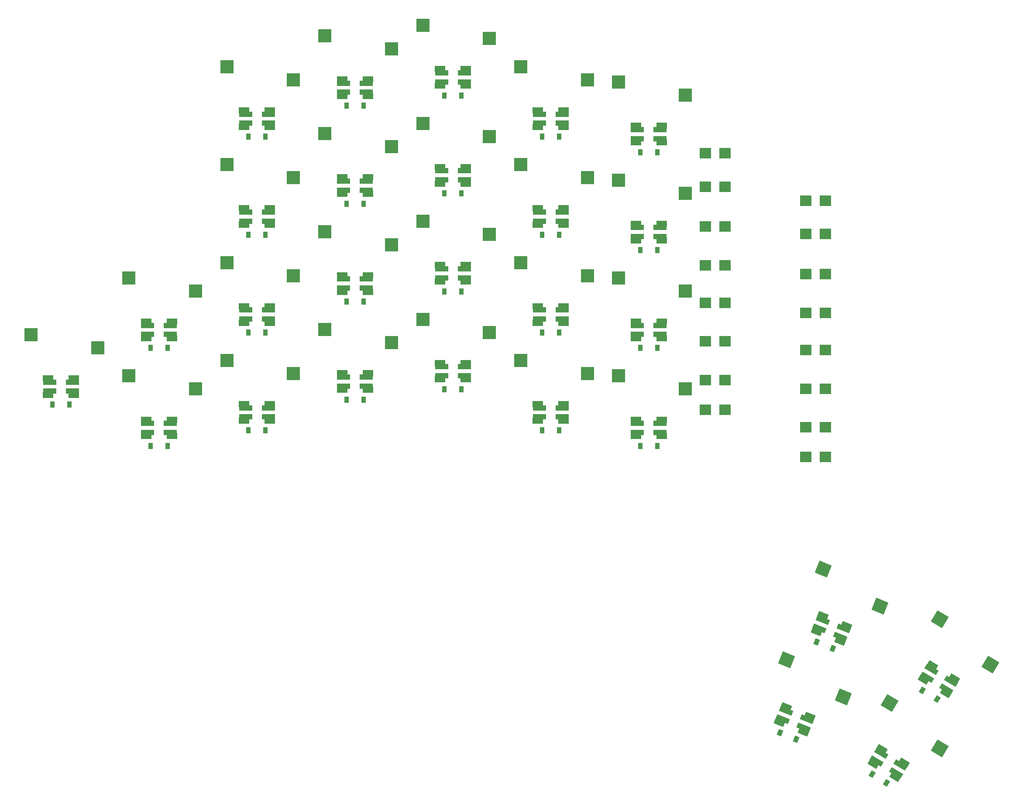
<source format=gbr>
%TF.GenerationSoftware,KiCad,Pcbnew,6.0.10-86aedd382b~118~ubuntu22.04.1*%
%TF.CreationDate,2023-01-31T17:25:27-07:00*%
%TF.ProjectId,scaarix_flow,73636161-7269-4785-9f66-6c6f772e6b69,v1.0.0*%
%TF.SameCoordinates,Original*%
%TF.FileFunction,Paste,Top*%
%TF.FilePolarity,Positive*%
%FSLAX46Y46*%
G04 Gerber Fmt 4.6, Leading zero omitted, Abs format (unit mm)*
G04 Created by KiCad (PCBNEW 6.0.10-86aedd382b~118~ubuntu22.04.1) date 2023-01-31 17:25:27*
%MOMM*%
%LPD*%
G01*
G04 APERTURE LIST*
G04 Aperture macros list*
%AMRotRect*
0 Rectangle, with rotation*
0 The origin of the aperture is its center*
0 $1 length*
0 $2 width*
0 $3 Rotation angle, in degrees counterclockwise*
0 Add horizontal line*
21,1,$1,$2,0,0,$3*%
G04 Aperture macros list end*
%ADD10R,2.600000X1.000000*%
%ADD11R,2.000000X1.200000*%
%ADD12R,0.900000X1.200000*%
%ADD13RotRect,0.900000X1.200000X329.000000*%
%ADD14R,2.550000X2.500000*%
%ADD15RotRect,0.900000X1.200000X338.000000*%
%ADD16RotRect,2.600000X1.000000X329.000000*%
%ADD17RotRect,2.000000X1.200000X329.000000*%
%ADD18RotRect,2.550000X2.500000X338.000000*%
%ADD19RotRect,2.550000X2.500000X329.000000*%
%ADD20RotRect,2.600000X1.000000X338.000000*%
%ADD21RotRect,2.000000X1.200000X338.000000*%
%ADD22R,2.200000X2.000000*%
G04 APERTURE END LIST*
D10*
%TO.C,LED19*%
X223900000Y-61425000D03*
X223900000Y-63175000D03*
X228300000Y-63175000D03*
X228300000Y-61425000D03*
D11*
X223600000Y-60700000D03*
X223600000Y-63900000D03*
X228600000Y-63900000D03*
X228600000Y-60700000D03*
%TD*%
D12*
%TO.C,D6*%
X167450000Y-84800000D03*
X170750000Y-84800000D03*
%TD*%
%TO.C,D9*%
X186450000Y-97800000D03*
X189750000Y-97800000D03*
%TD*%
D10*
%TO.C,LED1*%
X128900000Y-113425000D03*
X128900000Y-115175000D03*
X133300000Y-115175000D03*
X133300000Y-113425000D03*
D11*
X128600000Y-112700000D03*
X128600000Y-115900000D03*
X133600000Y-115900000D03*
X133600000Y-112700000D03*
%TD*%
D13*
%TO.C,D27*%
X298179374Y-173201887D03*
X301008026Y-174901513D03*
%TD*%
D10*
%TO.C,LED20*%
X242900000Y-121425000D03*
X242900000Y-123175000D03*
X247300000Y-123175000D03*
X247300000Y-121425000D03*
D11*
X242600000Y-120700000D03*
X242600000Y-123900000D03*
X247600000Y-123900000D03*
X247600000Y-120700000D03*
%TD*%
D14*
%TO.C,S15*%
X214185000Y-46760000D03*
X201258000Y-44220000D03*
%TD*%
D10*
%TO.C,LED16*%
X223900000Y-118425000D03*
X223900000Y-120175000D03*
X228300000Y-120175000D03*
X228300000Y-118425000D03*
D11*
X223600000Y-117700000D03*
X223600000Y-120900000D03*
X228600000Y-120900000D03*
X228600000Y-117700000D03*
%TD*%
D14*
%TO.C,S10*%
X195185000Y-67760000D03*
X182258000Y-65220000D03*
%TD*%
%TO.C,S3*%
X157185000Y-95760000D03*
X144258000Y-93220000D03*
%TD*%
D10*
%TO.C,LED23*%
X242900000Y-64425000D03*
X242900000Y-66175000D03*
X247300000Y-66175000D03*
X247300000Y-64425000D03*
D11*
X242600000Y-63700000D03*
X242600000Y-66900000D03*
X247600000Y-66900000D03*
X247600000Y-63700000D03*
%TD*%
D14*
%TO.C,S22*%
X252185000Y-76760000D03*
X239258000Y-74220000D03*
%TD*%
%TO.C,S20*%
X252185000Y-114760000D03*
X239258000Y-112220000D03*
%TD*%
D12*
%TO.C,D19*%
X224450000Y-65800000D03*
X227750000Y-65800000D03*
%TD*%
D14*
%TO.C,S16*%
X233185000Y-111760000D03*
X220258000Y-109220000D03*
%TD*%
D15*
%TO.C,D25*%
X277703547Y-163834099D03*
X280763253Y-165070301D03*
%TD*%
D10*
%TO.C,LED9*%
X185900000Y-93425000D03*
X185900000Y-95175000D03*
X190300000Y-95175000D03*
X190300000Y-93425000D03*
D11*
X185600000Y-92700000D03*
X185600000Y-95900000D03*
X190600000Y-95900000D03*
X190600000Y-92700000D03*
%TD*%
D10*
%TO.C,LED10*%
X185900000Y-74425000D03*
X185900000Y-76175000D03*
X190300000Y-76175000D03*
X190300000Y-74425000D03*
D11*
X185600000Y-73700000D03*
X185600000Y-76900000D03*
X190600000Y-76900000D03*
X190600000Y-73700000D03*
%TD*%
D14*
%TO.C,S9*%
X195185000Y-86760000D03*
X182258000Y-84220000D03*
%TD*%
D12*
%TO.C,D3*%
X148450000Y-106800000D03*
X151750000Y-106800000D03*
%TD*%
D14*
%TO.C,S19*%
X233185000Y-54760000D03*
X220258000Y-52220000D03*
%TD*%
D12*
%TO.C,D14*%
X205450000Y-76800000D03*
X208750000Y-76800000D03*
%TD*%
%TO.C,D17*%
X224450000Y-103800000D03*
X227750000Y-103800000D03*
%TD*%
D16*
%TO.C,LED27*%
X299961190Y-169168495D03*
X299059874Y-170668538D03*
X302831410Y-172934705D03*
X303732726Y-171434662D03*
D17*
X300077443Y-168392537D03*
X298429321Y-171135472D03*
X302715157Y-173710663D03*
X304363279Y-170967728D03*
%TD*%
D12*
%TO.C,D8*%
X186450000Y-116800000D03*
X189750000Y-116800000D03*
%TD*%
D14*
%TO.C,S4*%
X176185000Y-111760000D03*
X163258000Y-109220000D03*
%TD*%
D12*
%TO.C,D1*%
X129450000Y-117800000D03*
X132750000Y-117800000D03*
%TD*%
D10*
%TO.C,LED5*%
X166900000Y-99425000D03*
X166900000Y-101175000D03*
X171300000Y-101175000D03*
X171300000Y-99425000D03*
D11*
X166600000Y-98700000D03*
X166600000Y-101900000D03*
X171600000Y-101900000D03*
X171600000Y-98700000D03*
%TD*%
D10*
%TO.C,LED2*%
X147900000Y-121425000D03*
X147900000Y-123175000D03*
X152300000Y-123175000D03*
X152300000Y-121425000D03*
D11*
X147600000Y-120700000D03*
X147600000Y-123900000D03*
X152600000Y-123900000D03*
X152600000Y-120700000D03*
%TD*%
D10*
%TO.C,LED7*%
X166900000Y-61425000D03*
X166900000Y-63175000D03*
X171300000Y-63175000D03*
X171300000Y-61425000D03*
D11*
X166600000Y-60700000D03*
X166600000Y-63900000D03*
X171600000Y-63900000D03*
X171600000Y-60700000D03*
%TD*%
D10*
%TO.C,LED3*%
X147900000Y-102425000D03*
X147900000Y-104175000D03*
X152300000Y-104175000D03*
X152300000Y-102425000D03*
D11*
X147600000Y-101700000D03*
X147600000Y-104900000D03*
X152600000Y-104900000D03*
X152600000Y-101700000D03*
%TD*%
D10*
%TO.C,LED12*%
X204900000Y-110425000D03*
X204900000Y-112175000D03*
X209300000Y-112175000D03*
X209300000Y-110425000D03*
D11*
X204600000Y-109700000D03*
X204600000Y-112900000D03*
X209600000Y-112900000D03*
X209600000Y-109700000D03*
%TD*%
D12*
%TO.C,D22*%
X243450000Y-87800000D03*
X246750000Y-87800000D03*
%TD*%
D14*
%TO.C,S11*%
X195185000Y-48760000D03*
X182258000Y-46220000D03*
%TD*%
D12*
%TO.C,D16*%
X224450000Y-122800000D03*
X227750000Y-122800000D03*
%TD*%
D18*
%TO.C,S25*%
X289938098Y-156870141D03*
X278903893Y-149672554D03*
%TD*%
D12*
%TO.C,D4*%
X167450000Y-122800000D03*
X170750000Y-122800000D03*
%TD*%
D10*
%TO.C,LED17*%
X223900000Y-99425000D03*
X223900000Y-101175000D03*
X228300000Y-101175000D03*
X228300000Y-99425000D03*
D11*
X223600000Y-98700000D03*
X223600000Y-101900000D03*
X228600000Y-101900000D03*
X228600000Y-98700000D03*
%TD*%
D14*
%TO.C,S23*%
X252185000Y-57760000D03*
X239258000Y-55220000D03*
%TD*%
D10*
%TO.C,LED13*%
X204900000Y-91425000D03*
X204900000Y-93175000D03*
X209300000Y-93175000D03*
X209300000Y-91425000D03*
D11*
X204600000Y-90700000D03*
X204600000Y-93900000D03*
X209600000Y-93900000D03*
X209600000Y-90700000D03*
%TD*%
D10*
%TO.C,LED21*%
X242900000Y-102425000D03*
X242900000Y-104175000D03*
X247300000Y-104175000D03*
X247300000Y-102425000D03*
D11*
X242600000Y-101700000D03*
X242600000Y-104900000D03*
X247600000Y-104900000D03*
X247600000Y-101700000D03*
%TD*%
D12*
%TO.C,D15*%
X205450000Y-57800000D03*
X208750000Y-57800000D03*
%TD*%
%TO.C,D20*%
X243450000Y-125800000D03*
X246750000Y-125800000D03*
%TD*%
D14*
%TO.C,S21*%
X252185000Y-95760000D03*
X239258000Y-93220000D03*
%TD*%
D10*
%TO.C,LED15*%
X204900000Y-53425000D03*
X204900000Y-55175000D03*
X209300000Y-55175000D03*
X209300000Y-53425000D03*
D11*
X204600000Y-52700000D03*
X204600000Y-55900000D03*
X209600000Y-55900000D03*
X209600000Y-52700000D03*
%TD*%
D14*
%TO.C,S2*%
X157185000Y-114760000D03*
X144258000Y-112220000D03*
%TD*%
D10*
%TO.C,LED6*%
X166900000Y-80425000D03*
X166900000Y-82175000D03*
X171300000Y-82175000D03*
X171300000Y-80425000D03*
D11*
X166600000Y-79700000D03*
X166600000Y-82900000D03*
X171600000Y-82900000D03*
X171600000Y-79700000D03*
%TD*%
D12*
%TO.C,D2*%
X148450000Y-125800000D03*
X151750000Y-125800000D03*
%TD*%
D14*
%TO.C,S8*%
X195185000Y-105760000D03*
X182258000Y-103220000D03*
%TD*%
D12*
%TO.C,D5*%
X167450000Y-103800000D03*
X170750000Y-103800000D03*
%TD*%
D14*
%TO.C,S13*%
X214185000Y-84760000D03*
X201258000Y-82220000D03*
%TD*%
D12*
%TO.C,D7*%
X167450000Y-65800000D03*
X170750000Y-65800000D03*
%TD*%
D14*
%TO.C,S1*%
X138185000Y-106760000D03*
X125258000Y-104220000D03*
%TD*%
D12*
%TO.C,D13*%
X205450000Y-95800000D03*
X208750000Y-95800000D03*
%TD*%
D14*
%TO.C,S5*%
X176185000Y-92760000D03*
X163258000Y-90220000D03*
%TD*%
D13*
%TO.C,D26*%
X288393674Y-189487987D03*
X291222326Y-191187613D03*
%TD*%
D12*
%TO.C,D18*%
X224450000Y-84800000D03*
X227750000Y-84800000D03*
%TD*%
D16*
%TO.C,LED26*%
X290175490Y-185454695D03*
X289274174Y-186954738D03*
X293045710Y-189220905D03*
X293947026Y-187720862D03*
D17*
X290291743Y-184678737D03*
X288643621Y-187421672D03*
X292929457Y-189996863D03*
X294577579Y-187253928D03*
%TD*%
D19*
%TO.C,S27*%
X311352727Y-168237540D03*
X301580322Y-159402438D03*
%TD*%
D20*
%TO.C,LED24*%
X271714976Y-177188080D03*
X271059415Y-178810651D03*
X275139024Y-180458920D03*
X275794585Y-178836349D03*
D21*
X271708411Y-176403489D03*
X270509670Y-179370478D03*
X275145589Y-181243511D03*
X276344330Y-178276522D03*
%TD*%
D14*
%TO.C,S6*%
X176185000Y-73760000D03*
X163258000Y-71220000D03*
%TD*%
%TO.C,S12*%
X214185000Y-103760000D03*
X201258000Y-101220000D03*
%TD*%
%TO.C,S7*%
X176185000Y-54760000D03*
X163258000Y-52220000D03*
%TD*%
%TO.C,S14*%
X214185000Y-65760000D03*
X201258000Y-63220000D03*
%TD*%
D10*
%TO.C,LED11*%
X185900000Y-55425000D03*
X185900000Y-57175000D03*
X190300000Y-57175000D03*
X190300000Y-55425000D03*
D11*
X185600000Y-54700000D03*
X185600000Y-57900000D03*
X190600000Y-57900000D03*
X190600000Y-54700000D03*
%TD*%
D14*
%TO.C,S18*%
X233185000Y-73760000D03*
X220258000Y-71220000D03*
%TD*%
D12*
%TO.C,D21*%
X243450000Y-106800000D03*
X246750000Y-106800000D03*
%TD*%
%TO.C,D11*%
X186450000Y-59800000D03*
X189750000Y-59800000D03*
%TD*%
D14*
%TO.C,S17*%
X233185000Y-92760000D03*
X220258000Y-90220000D03*
%TD*%
D20*
%TO.C,LED25*%
X278832476Y-159571580D03*
X278176915Y-161194151D03*
X282256524Y-162842420D03*
X282912085Y-161219849D03*
D21*
X278825911Y-158786989D03*
X277627170Y-161753978D03*
X282263089Y-163627011D03*
X283461830Y-160660022D03*
%TD*%
D10*
%TO.C,LED14*%
X204900000Y-72425000D03*
X204900000Y-74175000D03*
X209300000Y-74175000D03*
X209300000Y-72425000D03*
D11*
X204600000Y-71700000D03*
X204600000Y-74900000D03*
X209600000Y-74900000D03*
X209600000Y-71700000D03*
%TD*%
D10*
%TO.C,LED22*%
X242900000Y-83425000D03*
X242900000Y-85175000D03*
X247300000Y-85175000D03*
X247300000Y-83425000D03*
D11*
X242600000Y-82700000D03*
X242600000Y-85900000D03*
X247600000Y-85900000D03*
X247600000Y-82700000D03*
%TD*%
D15*
%TO.C,D24*%
X270585947Y-181450499D03*
X273645653Y-182686701D03*
%TD*%
D18*
%TO.C,S24*%
X282820598Y-174486641D03*
X271786393Y-167289054D03*
%TD*%
D10*
%TO.C,LED4*%
X166900000Y-118425000D03*
X166900000Y-120175000D03*
X171300000Y-120175000D03*
X171300000Y-118425000D03*
D11*
X166600000Y-117700000D03*
X166600000Y-120900000D03*
X171600000Y-120900000D03*
X171600000Y-117700000D03*
%TD*%
D10*
%TO.C,LED18*%
X223900000Y-80425000D03*
X223900000Y-82175000D03*
X228300000Y-82175000D03*
X228300000Y-80425000D03*
D11*
X223600000Y-79700000D03*
X223600000Y-82900000D03*
X228600000Y-82900000D03*
X228600000Y-79700000D03*
%TD*%
D12*
%TO.C,D10*%
X186450000Y-78800000D03*
X189750000Y-78800000D03*
%TD*%
D19*
%TO.C,S26*%
X301567027Y-184523740D03*
X291794622Y-175688638D03*
%TD*%
D12*
%TO.C,D23*%
X243450000Y-68800000D03*
X246750000Y-68800000D03*
%TD*%
%TO.C,D12*%
X205450000Y-114800000D03*
X208750000Y-114800000D03*
%TD*%
D10*
%TO.C,LED8*%
X185900000Y-112425000D03*
X185900000Y-114175000D03*
X190300000Y-114175000D03*
X190300000Y-112425000D03*
D11*
X185600000Y-111700000D03*
X185600000Y-114900000D03*
X190600000Y-114900000D03*
X190600000Y-111700000D03*
%TD*%
D22*
%TO.C,J2*%
X275550000Y-78200000D03*
X279350000Y-78200000D03*
X275550000Y-84700000D03*
X279350000Y-84700000D03*
X275550000Y-92450000D03*
X279350000Y-92450000D03*
X279350000Y-107200000D03*
X279350000Y-99950000D03*
X275550000Y-99950000D03*
X275550000Y-107200000D03*
X275550000Y-114700000D03*
X279350000Y-114700000D03*
X275550000Y-122200000D03*
X279350000Y-122200000D03*
X275550000Y-127950000D03*
X279350000Y-127950000D03*
%TD*%
%TO.C,J1*%
X256100000Y-69000000D03*
X259900000Y-69000000D03*
X256100000Y-75500000D03*
X259900000Y-75500000D03*
X259900000Y-83250000D03*
X256100000Y-83250000D03*
X259900000Y-90750000D03*
X259900000Y-98000000D03*
X256100000Y-90750000D03*
X256100000Y-98000000D03*
X259900000Y-105500000D03*
X256100000Y-105500000D03*
X259900000Y-113000000D03*
X256100000Y-113000000D03*
X259900000Y-118750000D03*
X256100000Y-118750000D03*
%TD*%
M02*

</source>
